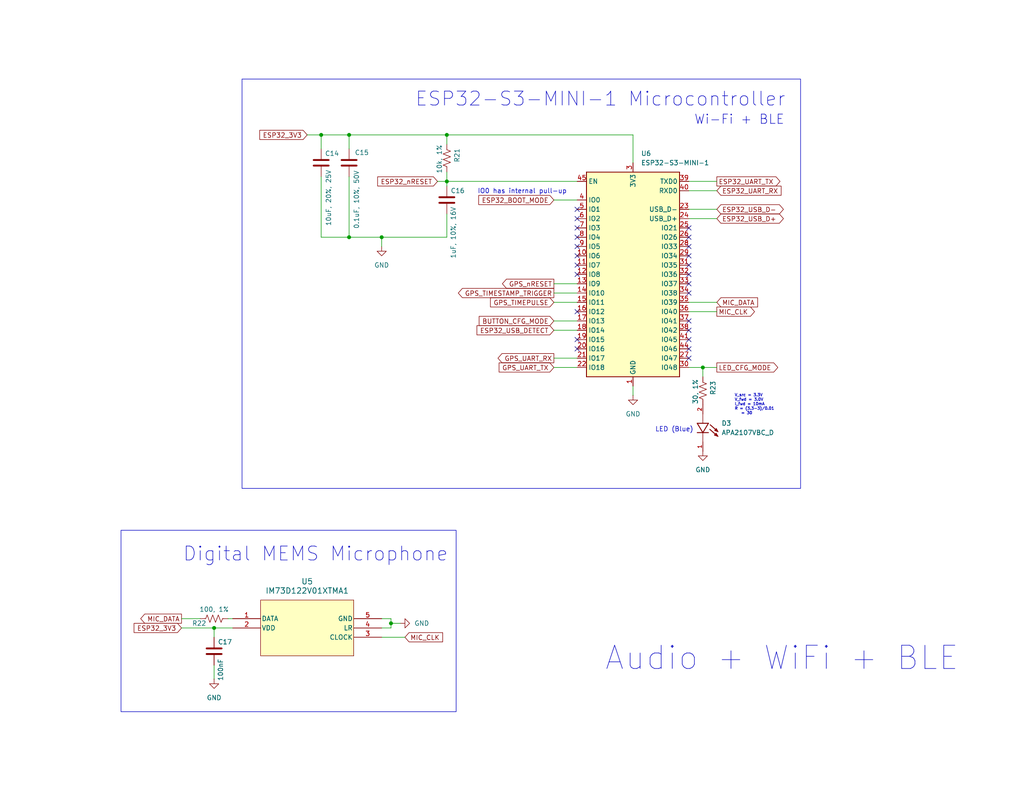
<source format=kicad_sch>
(kicad_sch (version 20231120) (generator "eeschema") (generator_version "8.0")
  (paper "USLetter")
  (title_block (title "CivicAlert") (rev "A") (company "Vanderbilt University"))
  (lib_symbols
    (symbol "2024-08-10_16-36-16:IM73D122V01XTMA1" (pin_names (offset 0.254))
      (property "Reference" "U" (at 20.32 10.16 0))
      (property "Value" "IM73D122V01XTMA1" (at 20.32 7.62 0))
      (symbol "IM73D122V01XTMA1_0_1"
        (rectangle (start 7.62 5.08) (end 33.02 -10.16) (fill (type background)))
        (pin output line (at 0 0 0) (length 7.62) (name "DATA") (number "1"))
        (pin power_in line (at 0 -2.54 0) (length 7.62) (name "VDD") (number "2"))
        (pin input line (at 40.64 -5.08 180) (length 7.62) (name "CLOCK") (number "3"))
        (pin power_out line (at 40.64 0 180) (length 7.62) (name "GND") (number "5"))
      )
      (symbol "IM73D122V01XTMA1_1_1"
        (pin input line (at 40.64 -2.54 180) (length 7.62) (name "LR") (number "4"))
      )
    )
    (symbol "APA2107VBC_D:APA2107VBC_D" (pin_names (offset 1.016))
      (property "Reference" "D" (at -3.0988 4.4958 0))
      (property "Value" "APA2107VBC_D" (at -3.556 -3.302 0))
      (symbol "APA2107VBC_D_0_0"
        (polyline (pts (xy -2.54 -1.524) (xy 0 0)) (stroke (width 0.254)))
        (polyline (pts (xy -2.54 0) (xy -5.08 0)) (stroke (width 0.1524)))
        (polyline (pts (xy -2.54 0) (xy -2.54 -1.524)) (stroke (width 0.254)))
        (polyline (pts (xy -2.54 1.524) (xy -2.54 0)) (stroke (width 0.254)))
        (polyline (pts (xy -0.3556 4.0386) (xy -2.1336 2.0066)) (stroke (width 0.254)))
        (polyline (pts (xy 0 0) (xy -2.54 1.524)) (stroke (width 0.254)))
        (polyline (pts (xy 0 0) (xy 0 -1.524)) (stroke (width 0.254)))
        (polyline (pts (xy 0 1.524) (xy 0 0)) (stroke (width 0.254)))
        (polyline (pts (xy 0.889 3.937) (xy -0.889 1.905)) (stroke (width 0.254)))
        (polyline (pts (xy 2.54 0) (xy 0 0)) (stroke (width 0.1524)))
        (polyline (pts (xy -1.143 3.683) (xy -0.5715 3.175) (xy -0.1905 4.191) (xy -1.143 3.683)) (stroke (width 0.1524)) (fill (type outline)))
        (polyline (pts (xy 0.127 3.6195) (xy 0.6985 3.1115) (xy 1.0795 4.191) (xy 0.127 3.6195)) (stroke (width 0.1524)) (fill (type outline)))
        (pin passive line (at 5.08 0 180) (length 2.54) (name "~") (number "1"))
        (pin passive line (at -7.62 0 0) (length 2.54) (name "~") (number "2"))
      )
    )
    (symbol "Device:C" (pin_numbers hide) (pin_names (offset 0.254))
      (property "Reference" "C" (at 0.635 2.54 0))
      (property "Value" "C" (at 0.635 -2.54 0))
      (symbol "C_0_1"
        (polyline (pts (xy -2.032 -0.762) (xy 2.032 -0.762)) (stroke (width 0.508)))
        (polyline (pts (xy -2.032 0.762) (xy 2.032 0.762)) (stroke (width 0.508)))
      )
      (symbol "C_1_1"
        (pin passive line (at 0 3.81 270) (length 2.794) (name "~") (number "1"))
        (pin passive line (at 0 -3.81 90) (length 2.794) (name "~") (number "2"))
      )
    )
    (symbol "Device:R_US" (pin_numbers hide) (pin_names (offset 0))
      (property "Reference" "R" (at 2.54 0 90))
      (property "Value" "R_US" (at -2.54 0 90))
      (symbol "R_US_0_1"
        (polyline (pts (xy 0 -2.286) (xy 0 -2.54)))
        (polyline (pts (xy 0 2.286) (xy 0 2.54)))
        (polyline (pts (xy 0 -0.762) (xy 1.016 -1.143) (xy 0 -1.524) (xy -1.016 -1.905) (xy 0 -2.286)))
        (polyline (pts (xy 0 0.762) (xy 1.016 0.381) (xy 0 0) (xy -1.016 -0.381) (xy 0 -0.762)))
        (polyline (pts (xy 0 2.286) (xy 1.016 1.905) (xy 0 1.524) (xy -1.016 1.143) (xy 0 0.762)))
      )
      (symbol "R_US_1_1"
        (pin passive line (at 0 3.81 270) (length 1.27) (name "~") (number "1"))
        (pin passive line (at 0 -3.81 90) (length 1.27) (name "~") (number "2"))
      )
    )
    (symbol "RF_Module:ESP32-S3-MINI-1"
      (property "Reference" "U" (at -11.43 29.21 0))
      (property "Value" "ESP32-S3-MINI-1" (at 12.7 29.21 0))
      (symbol "ESP32-S3-MINI-1_0_1"
        (rectangle (start -12.7 27.94) (end 12.7 -27.94) (stroke (width 0.254)) (fill (type background)))
      )
      (symbol "ESP32-S3-MINI-1_1_1"
        (pin power_in line (at 0 -30.48 90) (length 2.54) (name "GND") (number "1"))
        (pin bidirectional line (at -15.24 5.08 0) (length 2.54) (name "IO6") (number "10"))
        (pin bidirectional line (at -15.24 2.54 0) (length 2.54) (name "IO7") (number "11"))
        (pin bidirectional line (at -15.24 0 0) (length 2.54) (name "IO8") (number "12"))
        (pin bidirectional line (at -15.24 -2.54 0) (length 2.54) (name "IO9") (number "13"))
        (pin bidirectional line (at -15.24 -5.08 0) (length 2.54) (name "IO10") (number "14"))
        (pin bidirectional line (at -15.24 -7.62 0) (length 2.54) (name "IO11") (number "15"))
        (pin bidirectional line (at -15.24 -10.16 0) (length 2.54) (name "IO12") (number "16"))
        (pin bidirectional line (at -15.24 -12.7 0) (length 2.54) (name "IO13") (number "17"))
        (pin bidirectional line (at -15.24 -15.24 0) (length 2.54) (name "IO14") (number "18"))
        (pin bidirectional line (at -15.24 -17.78 0) (length 2.54) (name "IO15") (number "19"))
        (pin passive line (at 0 -30.48 90) (length 2.54) hide (name "GND") (number "2"))
        (pin bidirectional line (at -15.24 -20.32 0) (length 2.54) (name "IO16") (number "20"))
        (pin bidirectional line (at -15.24 -22.86 0) (length 2.54) (name "IO17") (number "21"))
        (pin bidirectional line (at -15.24 -25.4 0) (length 2.54) (name "IO18") (number "22"))
        (pin bidirectional line (at 15.24 17.78 180) (length 2.54) (name "USB_D-") (number "23"))
        (pin bidirectional line (at 15.24 15.24 180) (length 2.54) (name "USB_D+") (number "24"))
        (pin bidirectional line (at 15.24 12.7 180) (length 2.54) (name "IO21") (number "25"))
        (pin bidirectional line (at 15.24 10.16 180) (length 2.54) (name "IO26") (number "26"))
        (pin bidirectional line (at 15.24 -22.86 180) (length 2.54) (name "IO47") (number "27"))
        (pin bidirectional line (at 15.24 7.62 180) (length 2.54) (name "IO33") (number "28"))
        (pin bidirectional line (at 15.24 5.08 180) (length 2.54) (name "IO34") (number "29"))
        (pin power_in line (at 0 30.48 270) (length 2.54) (name "3V3") (number "3"))
        (pin bidirectional line (at 15.24 -25.4 180) (length 2.54) (name "IO48") (number "30"))
        (pin bidirectional line (at 15.24 2.54 180) (length 2.54) (name "IO35") (number "31"))
        (pin bidirectional line (at 15.24 0 180) (length 2.54) (name "IO36") (number "32"))
        (pin bidirectional line (at 15.24 -2.54 180) (length 2.54) (name "IO37") (number "33"))
        (pin bidirectional line (at 15.24 -5.08 180) (length 2.54) (name "IO38") (number "34"))
        (pin bidirectional line (at 15.24 -7.62 180) (length 2.54) (name "IO39") (number "35"))
        (pin bidirectional line (at 15.24 -10.16 180) (length 2.54) (name "IO40") (number "36"))
        (pin bidirectional line (at 15.24 -12.7 180) (length 2.54) (name "IO41") (number "37"))
        (pin bidirectional line (at 15.24 -15.24 180) (length 2.54) (name "IO42") (number "38"))
        (pin bidirectional line (at 15.24 25.4 180) (length 2.54) (name "TXD0") (number "39"))
        (pin bidirectional line (at -15.24 20.32 0) (length 2.54) (name "IO0") (number "4"))
        (pin bidirectional line (at 15.24 22.86 180) (length 2.54) (name "RXD0") (number "40"))
        (pin bidirectional line (at 15.24 -17.78 180) (length 2.54) (name "IO45") (number "41"))
        (pin passive line (at 0 -30.48 90) (length 2.54) hide (name "GND") (number "42"))
        (pin passive line (at 0 -30.48 90) (length 2.54) hide (name "GND") (number "43"))
        (pin bidirectional line (at 15.24 -20.32 180) (length 2.54) (name "IO46") (number "44"))
        (pin input line (at -15.24 25.4 0) (length 2.54) (name "EN") (number "45"))
        (pin passive line (at 0 -30.48 90) (length 2.54) hide (name "GND") (number "46"))
        (pin passive line (at 0 -30.48 90) (length 2.54) hide (name "GND") (number "47"))
        (pin passive line (at 0 -30.48 90) (length 2.54) hide (name "GND") (number "48"))
        (pin passive line (at 0 -30.48 90) (length 2.54) hide (name "GND") (number "49"))
        (pin bidirectional line (at -15.24 17.78 0) (length 2.54) (name "IO1") (number "5"))
        (pin passive line (at 0 -30.48 90) (length 2.54) hide (name "GND") (number "50"))
        (pin passive line (at 0 -30.48 90) (length 2.54) hide (name "GND") (number "51"))
        (pin passive line (at 0 -30.48 90) (length 2.54) hide (name "GND") (number "52"))
        (pin passive line (at 0 -30.48 90) (length 2.54) hide (name "GND") (number "53"))
        (pin passive line (at 0 -30.48 90) (length 2.54) hide (name "GND") (number "54"))
        (pin passive line (at 0 -30.48 90) (length 2.54) hide (name "GND") (number "55"))
        (pin passive line (at 0 -30.48 90) (length 2.54) hide (name "GND") (number "56"))
        (pin passive line (at 0 -30.48 90) (length 2.54) hide (name "GND") (number "57"))
        (pin passive line (at 0 -30.48 90) (length 2.54) hide (name "GND") (number "58"))
        (pin passive line (at 0 -30.48 90) (length 2.54) hide (name "GND") (number "59"))
        (pin bidirectional line (at -15.24 15.24 0) (length 2.54) (name "IO2") (number "6"))
        (pin passive line (at 0 -30.48 90) (length 2.54) hide (name "GND") (number "60"))
        (pin passive line (at 0 -30.48 90) (length 2.54) hide (name "GND") (number "61"))
        (pin passive line (at 0 -30.48 90) (length 2.54) hide (name "GND") (number "62"))
        (pin passive line (at 0 -30.48 90) (length 2.54) hide (name "GND") (number "63"))
        (pin passive line (at 0 -30.48 90) (length 2.54) hide (name "GND") (number "64"))
        (pin passive line (at 0 -30.48 90) (length 2.54) hide (name "GND") (number "65"))
        (pin bidirectional line (at -15.24 12.7 0) (length 2.54) (name "IO3") (number "7"))
        (pin bidirectional line (at -15.24 10.16 0) (length 2.54) (name "IO4") (number "8"))
        (pin bidirectional line (at -15.24 7.62 0) (length 2.54) (name "IO5") (number "9"))
      )
    )
    (symbol "power:GND" (power) (pin_numbers hide) (pin_names (offset 0) hide)
      (property "Value" "GND" (at 0 -3.81 0))
      (symbol "GND_0_1"
        (polyline (pts (xy 0 0) (xy 0 -1.27) (xy 1.27 -1.27) (xy 0 -2.54) (xy -1.27 -1.27) (xy 0 -1.27)))
      )
      (symbol "GND_1_1"
        (pin power_in line (at 0 0 270) (length 0) (name "~") (number "1"))
      )
    )
  )
  (junction (at 104.14 64.77))
  (junction (at 106.68 170.18))
  (junction (at 191.77 100.33))
  (junction (at 121.92 36.83))
  (junction (at 95.25 64.77))
  (junction (at 95.25 36.83))
  (junction (at 58.42 171.45))
  (junction (at 121.92 49.53))
  (junction (at 87.63 36.83))
  (no_connect (at 157.48 59.69))
  (no_connect (at 187.96 80.01))
  (no_connect (at 187.96 64.77))
  (no_connect (at 157.48 64.77))
  (no_connect (at 187.96 87.63))
  (no_connect (at 187.96 67.31))
  (no_connect (at 187.96 69.85))
  (no_connect (at 187.96 92.71))
  (no_connect (at 187.96 74.93))
  (no_connect (at 157.48 95.25))
  (no_connect (at 157.48 92.71))
  (no_connect (at 187.96 62.23))
  (no_connect (at 157.48 72.39))
  (no_connect (at 187.96 77.47))
  (no_connect (at 157.48 67.31))
  (no_connect (at 157.48 74.93))
  (no_connect (at 187.96 97.79))
  (no_connect (at 187.96 72.39))
  (no_connect (at 157.48 69.85))
  (no_connect (at 157.48 62.23))
  (no_connect (at 187.96 90.17))
  (no_connect (at 157.48 57.15))
  (no_connect (at 187.96 95.25))
  (no_connect (at 157.48 85.09))
  (wire (pts (xy 104.14 168.91) (xy 106.68 168.91)))
  (wire (pts (xy 187.96 59.69) (xy 195.58 59.69)))
  (wire (pts (xy 104.14 64.77) (xy 121.92 64.77)))
  (wire (pts (xy 106.68 171.45) (xy 104.14 171.45)))
  (wire (pts (xy 106.68 168.91) (xy 106.68 170.18)))
  (wire (pts (xy 119.38 49.53) (xy 121.92 49.53)))
  (wire (pts (xy 104.14 64.77) (xy 104.14 67.31)))
  (wire (pts (xy 49.53 171.45) (xy 58.42 171.45)))
  (wire (pts (xy 187.96 49.53) (xy 195.58 49.53)))
  (wire (pts (xy 151.13 100.33) (xy 157.48 100.33)))
  (wire (pts (xy 121.92 36.83) (xy 121.92 39.37)))
  (wire (pts (xy 151.13 87.63) (xy 157.48 87.63)))
  (wire (pts (xy 121.92 49.53) (xy 157.48 49.53)))
  (wire (pts (xy 187.96 85.09) (xy 195.58 85.09)))
  (wire (pts (xy 187.96 52.07) (xy 195.58 52.07)))
  (wire (pts (xy 95.25 48.26) (xy 95.25 64.77)))
  (wire (pts (xy 104.14 173.99) (xy 110.49 173.99)))
  (wire (pts (xy 62.23 168.91) (xy 63.5 168.91)))
  (wire (pts (xy 95.25 36.83) (xy 95.25 40.64)))
  (wire (pts (xy 172.72 105.41) (xy 172.72 107.95)))
  (wire (pts (xy 106.68 170.18) (xy 106.68 171.45)))
  (wire (pts (xy 87.63 36.83) (xy 87.63 40.64)))
  (wire (pts (xy 87.63 48.26) (xy 87.63 64.77)))
  (wire (pts (xy 187.96 82.55) (xy 195.58 82.55)))
  (wire (pts (xy 58.42 171.45) (xy 58.42 173.99)))
  (wire (pts (xy 121.92 36.83) (xy 95.25 36.83)))
  (wire (pts (xy 104.14 64.77) (xy 95.25 64.77)))
  (wire (pts (xy 191.77 102.87) (xy 191.77 100.33)))
  (wire (pts (xy 121.92 58.42) (xy 121.92 64.77)))
  (wire (pts (xy 58.42 181.61) (xy 58.42 185.42)))
  (wire (pts (xy 83.82 36.83) (xy 87.63 36.83)))
  (wire (pts (xy 121.92 49.53) (xy 121.92 50.8)))
  (wire (pts (xy 58.42 171.45) (xy 63.5 171.45)))
  (wire (pts (xy 49.53 168.91) (xy 54.61 168.91)))
  (wire (pts (xy 151.13 82.55) (xy 157.48 82.55)))
  (wire (pts (xy 106.68 170.18) (xy 109.22 170.18)))
  (wire (pts (xy 172.72 44.45) (xy 172.72 36.83)))
  (wire (pts (xy 151.13 80.01) (xy 157.48 80.01)))
  (wire (pts (xy 187.96 100.33) (xy 191.77 100.33)))
  (wire (pts (xy 87.63 64.77) (xy 95.25 64.77)))
  (wire (pts (xy 151.13 90.17) (xy 157.48 90.17)))
  (wire (pts (xy 172.72 36.83) (xy 121.92 36.83)))
  (wire (pts (xy 187.96 57.15) (xy 195.58 57.15)))
  (wire (pts (xy 151.13 54.61) (xy 157.48 54.61)))
  (wire (pts (xy 121.92 46.99) (xy 121.92 49.53)))
  (wire (pts (xy 151.13 77.47) (xy 157.48 77.47)))
  (wire (pts (xy 151.13 97.79) (xy 157.48 97.79)))
  (wire (pts (xy 191.77 100.33) (xy 195.58 100.33)))
  (wire (pts (xy 95.25 36.83) (xy 87.63 36.83)))
  (rectangle (start 33.02 144.78) (end 124.46 194.31))
  (rectangle (start 66.04 21.59) (end 218.44 133.35))
  (text "Digital MEMS Microphone" (at 86.106 151.384 0) (effects (font (size 3.81 3.81))))
  (text "Audio + WiFi + BLE" (at 213.36 179.832 0) (effects (font (size 6.35 6.35))))
  (text "ESP32-S3-MINI-1 Microcontroller" (at 163.83 27.178 0) (effects (font (size 3.81 3.81))))
  (text "Wi-Fi + BLE" (at 214.122 32.766 0) (effects (font (size 2.54 2.54)) (justify right)))
  (text "LED (Blue)" (at 189.23 117.348 0) (effects (font (size 1.27 1.27)) (justify right)))
  (text "V_src = 3.3V\nV_fwd = 3.0V\nI_fwd = 10mA\nR = (3.3-3)/0.01\n   = 30" (at 200.406 110.49 0) (effects (font (size 0.762 0.762)) (justify left)))
  (text "IO0 has internal pull-up" (at 142.494 52.324 0) (effects (font (size 1.27 1.27))))
  (global_label "GPS_TIMESTAMP_TRIGGER" (shape output) (at 151.13 80.01 180) (property "Intersheetrefs" "${INTERSHEET_REFS}" (effects (hide yes))))
  (global_label "GPS_TIMEPULSE" (shape input) (at 151.13 82.55 180) (property "Intersheetrefs" "${INTERSHEET_REFS}" (effects (hide yes))))
  (global_label "ESP32_3V3" (shape input) (at 83.82 36.83 180) (property "Intersheetrefs" "${INTERSHEET_REFS}" (effects (hide yes))))
  (global_label "ESP32_UART_RX" (shape input) (at 195.58 52.07 0) (property "Intersheetrefs" "${INTERSHEET_REFS}" (effects (hide yes))))
  (global_label "ESP32_nRESET" (shape input) (at 119.38 49.53 180) (property "Intersheetrefs" "${INTERSHEET_REFS}" (effects (hide yes))))
  (global_label "GPS_nRESET" (shape output) (at 151.13 77.47 180) (property "Intersheetrefs" "${INTERSHEET_REFS}" (effects (hide yes))))
  (global_label "BUTTON_CFG_MODE" (shape input) (at 151.13 87.63 180) (property "Intersheetrefs" "${INTERSHEET_REFS}" (effects (hide yes))))
  (global_label "ESP32_BOOT_MODE" (shape input) (at 151.13 54.61 180) (property "Intersheetrefs" "${INTERSHEET_REFS}" (effects (hide yes))))
  (global_label "ESP32_USB_D-" (shape bidirectional) (at 195.58 57.15 0) (property "Intersheetrefs" "${INTERSHEET_REFS}" (effects (hide yes))))
  (global_label "MIC_DATA" (shape output) (at 49.53 168.91 180) (property "Intersheetrefs" "${INTERSHEET_REFS}" (effects (hide yes))))
  (global_label "MIC_CLK" (shape input) (at 110.49 173.99 0) (property "Intersheetrefs" "${INTERSHEET_REFS}" (effects (hide yes))))
  (global_label "MIC_CLK" (shape output) (at 195.58 85.09 0) (property "Intersheetrefs" "${INTERSHEET_REFS}" (effects (hide yes))))
  (global_label "GPS_UART_TX" (shape input) (at 151.13 100.33 180) (property "Intersheetrefs" "${INTERSHEET_REFS}" (effects (hide yes))))
  (global_label "ESP32_USB_D+" (shape bidirectional) (at 195.58 59.69 0) (property "Intersheetrefs" "${INTERSHEET_REFS}" (effects (hide yes))))
  (global_label "ESP32_3V3" (shape input) (at 49.53 171.45 180) (property "Intersheetrefs" "${INTERSHEET_REFS}" (effects (hide yes))))
  (global_label "ESP32_UART_TX" (shape output) (at 195.58 49.53 0) (property "Intersheetrefs" "${INTERSHEET_REFS}" (effects (hide yes))))
  (global_label "GPS_UART_RX" (shape output) (at 151.13 97.79 180) (property "Intersheetrefs" "${INTERSHEET_REFS}" (effects (hide yes))))
  (global_label "MIC_DATA" (shape input) (at 195.58 82.55 0) (property "Intersheetrefs" "${INTERSHEET_REFS}" (effects (hide yes))))
  (global_label "ESP32_USB_DETECT" (shape input) (at 151.13 90.17 180) (property "Intersheetrefs" "${INTERSHEET_REFS}" (effects (hide yes))))
  (global_label "LED_CFG_MODE" (shape output) (at 195.58 100.33 0) (property "Intersheetrefs" "${INTERSHEET_REFS}" (effects (hide yes))))
  (symbol (lib_id "power:GND") (at 58.42 185.42 0) (unit 1)
    (property "Reference" "#PWR027" (effects (hide yes)))
    (property "Value" "GND" (at 58.42 190.5 0))
    (property "Description" "Power symbol creates a global label with name \"GND\" , ground" (effects (hide yes)))
  )
  (symbol (lib_id "Device:C") (at 121.92 54.61 0) (unit 1)
    (property "Reference" "C16" (at 122.936 52.07 0) (effects (justify left)))
    (property "Value" "1uF, 10%, 16V" (at 123.698 70.612 90) (effects (justify left)))
    (property "Description" "Unpolarized capacitor" (effects (hide yes)))
  )
  (symbol (lib_id "Device:R_US") (at 191.77 106.68 0) (unit 1)
    (property "Reference" "R23" (at 194.564 105.918 90))
    (property "Value" "30, 1%" (at 189.738 106.934 90))
    (property "Description" "Resistor, US symbol" (effects (hide yes)))
  )
  (symbol (lib_id "Device:R_US") (at 121.92 43.18 0) (unit 1)
    (property "Reference" "R21" (at 124.714 42.418 90))
    (property "Value" "10k, 1%" (at 119.888 43.434 90))
    (property "Description" "Resistor, US symbol" (effects (hide yes)))
  )
  (symbol (lib_id "power:GND") (at 104.14 67.31 0) (unit 1)
    (property "Reference" "#PWR025" (effects (hide yes)))
    (property "Value" "GND" (at 104.14 72.39 0))
    (property "Description" "Power symbol creates a global label with name \"GND\" , ground" (effects (hide yes)))
  )
  (symbol (lib_id "Device:R_US") (at 58.42 168.91 270) (unit 1)
    (property "Reference" "R22" (at 54.356 170.18 90))
    (property "Value" "100, 1%" (at 58.42 166.37 90))
    (property "Description" "Resistor, US symbol" (effects (hide yes)))
  )
  (symbol (lib_id "power:GND") (at 109.22 170.18 90) (unit 1)
    (property "Reference" "#PWR026" (effects (hide yes)))
    (property "Value" "GND" (at 113.03 170.1799 90) (effects (justify right)))
    (property "Description" "Power symbol creates a global label with name \"GND\" , ground" (effects (hide yes)))
  )
  (symbol (lib_id "APA2107VBC_D:APA2107VBC_D") (at 191.77 118.11 270) (unit 1)
    (property "Reference" "D3" (at 196.85 115.5699 90) (effects (justify left)))
    (property "Value" "APA2107VBC_D" (at 196.85 118.1099 90) (effects (justify left)))
    (property "Footprint" "APA2107VBC_D:LED_APA2107VBC_D" (effects (hide yes)))
    (property "PARTREV" "V.5B" (effects (hide yes)))
    (property "STANDARD" "Manufacturer Recommendations" (effects (hide yes)))
    (property "MAXIMUM_PACKAGE_HEIGHT" "1.00mm" (effects (hide yes)))
    (property "MANUFACTURER" "Kingbright" (effects (hide yes)))
  )
  (symbol (lib_id "Device:C") (at 58.42 177.8 0) (unit 1)
    (property "Reference" "C17" (at 59.436 175.26 0) (effects (justify left)))
    (property "Value" "100nF" (at 60.198 185.928 90) (effects (justify left)))
    (property "Description" "Unpolarized capacitor" (effects (hide yes)))
  )
  (symbol (lib_id "Device:C") (at 95.25 44.45 0) (unit 1)
    (property "Reference" "C15" (at 96.774 41.656 0) (effects (justify left)))
    (property "Value" "0.1uF, 10%, 50V" (at 97.282 62.484 90) (effects (justify left)))
    (property "Description" "Unpolarized capacitor" (effects (hide yes)))
  )
  (symbol (lib_id "Device:C") (at 87.63 44.45 0) (unit 1)
    (property "Reference" "C14" (at 88.646 41.91 0) (effects (justify left)))
    (property "Value" "10uF, 20%, 25V" (at 89.662 61.722 90) (effects (justify left)))
    (property "Description" "Unpolarized capacitor" (effects (hide yes)))
  )
  (symbol (lib_id "power:GND") (at 172.72 107.95 0) (unit 1)
    (property "Reference" "#PWR024" (effects (hide yes)))
    (property "Value" "GND" (at 172.72 113.03 0))
    (property "Description" "Power symbol creates a global label with name \"GND\" , ground" (effects (hide yes)))
  )
  (symbol (lib_id "RF_Module:ESP32-S3-MINI-1") (at 172.72 74.93 0) (unit 1)
    (property "Reference" "U6" (at 174.9141 41.91 0) (effects (justify left)))
    (property "Value" "ESP32-S3-MINI-1" (at 174.9141 44.45 0) (effects (justify left)))
    (property "Footprint" "RF_Module:ESP32-S2-MINI-1" (effects (hide yes)))
    (property "Datasheet" "https://www.espressif.com/sites/default/files/documentation/esp32-s3-mini-1_mini-1u_datasheet_en.pdf" (effects (hide yes)))
    (property "Description" "RF Module, ESP32-S3 SoC, Wi-Fi 802.11b/g/n, Bluetooth, BLE, 32-bit, 3.3V, SMD, onboard antenna" (effects (hide yes)))
  )
  (symbol (lib_id "2024-08-10_16-36-16:IM73D122V01XTMA1") (at 63.5 168.91 0) (unit 1)
    (property "Reference" "U5" (at 83.82 158.75 0) (effects (font (size 1.524 1.524))))
    (property "Value" "IM73D122V01XTMA1" (at 83.82 161.29 0) (effects (font (size 1.524 1.524))))
    (property "Footprint" "IM73D122V01XTMA1:PG-LLGA-5-2_INF" (effects (hide yes)))
    (property "Datasheet" "IM73D122V01XTMA1" (effects (hide yes)))
  )
  (symbol (lib_id "power:GND") (at 191.77 123.19 0) (unit 1)
    (property "Reference" "#PWR028" (effects (hide yes)))
    (property "Value" "GND" (at 191.77 128.27 0))
    (property "Description" "Power symbol creates a global label with name \"GND\" , ground" (effects (hide yes)))
  )
)
</source>
